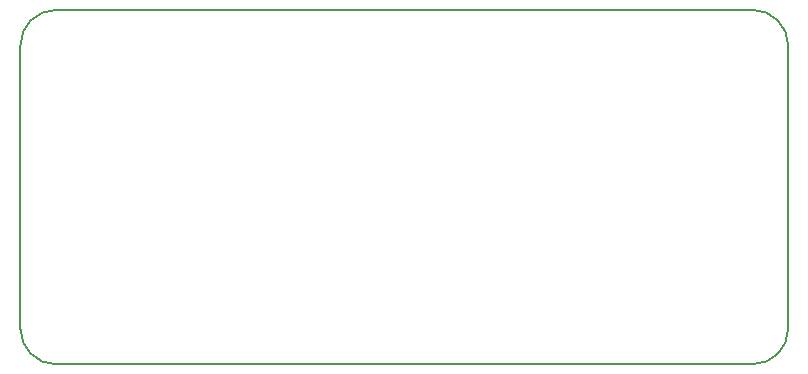
<source format=gm1>
G04 #@! TF.GenerationSoftware,KiCad,Pcbnew,5.0.2-1.fc29*
G04 #@! TF.CreationDate,2019-01-05T16:26:48+01:00*
G04 #@! TF.ProjectId,rpi0_room_node,72706930-5f72-46f6-9f6d-5f6e6f64652e,rev?*
G04 #@! TF.SameCoordinates,Original*
G04 #@! TF.FileFunction,Profile,NP*
%FSLAX46Y46*%
G04 Gerber Fmt 4.6, Leading zero omitted, Abs format (unit mm)*
G04 Created by KiCad (PCBNEW 5.0.2-1.fc29) date lör  5 jan 2019 16:26:48*
%MOMM*%
%LPD*%
G01*
G04 APERTURE LIST*
%ADD10C,0.150000*%
%ADD11C,0.200000*%
G04 APERTURE END LIST*
D10*
X158500000Y-126500000D02*
G75*
G03X161500000Y-123500000I0J3000000D01*
G01*
D11*
X161500000Y-123500000D02*
X161500000Y-99500000D01*
D10*
X96500000Y-123500000D02*
G75*
G03X99500000Y-126500000I3000000J0D01*
G01*
D11*
X96500000Y-123500000D02*
X96500000Y-99500000D01*
D10*
X99500000Y-126500000D02*
X158500000Y-126500000D01*
X161500000Y-99500000D02*
G75*
G03X158500000Y-96500000I-3000000J0D01*
G01*
X99500000Y-96500000D02*
G75*
G03X96500000Y-99500000I0J-3000000D01*
G01*
X99500000Y-96500000D02*
X158500000Y-96500000D01*
M02*

</source>
